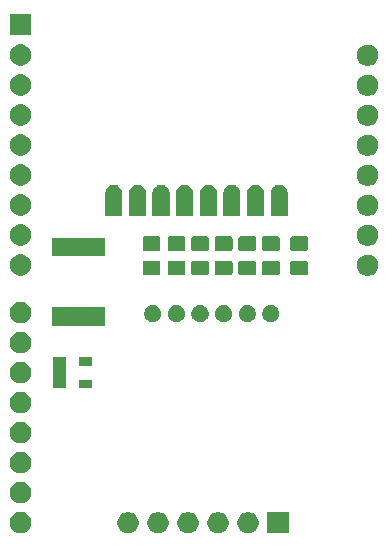
<source format=gbr>
G04 #@! TF.GenerationSoftware,KiCad,Pcbnew,(5.1.5-0-10_14)*
G04 #@! TF.CreationDate,2020-11-09T16:05:27+01:00*
G04 #@! TF.ProjectId,ATmega128_CC1101_Board,41546d65-6761-4313-9238-5f4343313130,rev?*
G04 #@! TF.SameCoordinates,Original*
G04 #@! TF.FileFunction,Soldermask,Bot*
G04 #@! TF.FilePolarity,Negative*
%FSLAX46Y46*%
G04 Gerber Fmt 4.6, Leading zero omitted, Abs format (unit mm)*
G04 Created by KiCad (PCBNEW (5.1.5-0-10_14)) date 2020-11-09 16:05:27*
%MOMM*%
%LPD*%
G04 APERTURE LIST*
%ADD10C,0.100000*%
G04 APERTURE END LIST*
D10*
G36*
X125101000Y-110701000D02*
G01*
X123299000Y-110701000D01*
X123299000Y-108899000D01*
X125101000Y-108899000D01*
X125101000Y-110701000D01*
G37*
G36*
X121773512Y-108903927D02*
G01*
X121922812Y-108933624D01*
X122086784Y-109001544D01*
X122234354Y-109100147D01*
X122359853Y-109225646D01*
X122458456Y-109373216D01*
X122526376Y-109537188D01*
X122561000Y-109711259D01*
X122561000Y-109888741D01*
X122526376Y-110062812D01*
X122458456Y-110226784D01*
X122359853Y-110374354D01*
X122234354Y-110499853D01*
X122086784Y-110598456D01*
X121922812Y-110666376D01*
X121773512Y-110696073D01*
X121748742Y-110701000D01*
X121571258Y-110701000D01*
X121546488Y-110696073D01*
X121397188Y-110666376D01*
X121233216Y-110598456D01*
X121085646Y-110499853D01*
X120960147Y-110374354D01*
X120861544Y-110226784D01*
X120793624Y-110062812D01*
X120759000Y-109888741D01*
X120759000Y-109711259D01*
X120793624Y-109537188D01*
X120861544Y-109373216D01*
X120960147Y-109225646D01*
X121085646Y-109100147D01*
X121233216Y-109001544D01*
X121397188Y-108933624D01*
X121546488Y-108903927D01*
X121571258Y-108899000D01*
X121748742Y-108899000D01*
X121773512Y-108903927D01*
G37*
G36*
X119233512Y-108903927D02*
G01*
X119382812Y-108933624D01*
X119546784Y-109001544D01*
X119694354Y-109100147D01*
X119819853Y-109225646D01*
X119918456Y-109373216D01*
X119986376Y-109537188D01*
X120021000Y-109711259D01*
X120021000Y-109888741D01*
X119986376Y-110062812D01*
X119918456Y-110226784D01*
X119819853Y-110374354D01*
X119694354Y-110499853D01*
X119546784Y-110598456D01*
X119382812Y-110666376D01*
X119233512Y-110696073D01*
X119208742Y-110701000D01*
X119031258Y-110701000D01*
X119006488Y-110696073D01*
X118857188Y-110666376D01*
X118693216Y-110598456D01*
X118545646Y-110499853D01*
X118420147Y-110374354D01*
X118321544Y-110226784D01*
X118253624Y-110062812D01*
X118219000Y-109888741D01*
X118219000Y-109711259D01*
X118253624Y-109537188D01*
X118321544Y-109373216D01*
X118420147Y-109225646D01*
X118545646Y-109100147D01*
X118693216Y-109001544D01*
X118857188Y-108933624D01*
X119006488Y-108903927D01*
X119031258Y-108899000D01*
X119208742Y-108899000D01*
X119233512Y-108903927D01*
G37*
G36*
X116693512Y-108903927D02*
G01*
X116842812Y-108933624D01*
X117006784Y-109001544D01*
X117154354Y-109100147D01*
X117279853Y-109225646D01*
X117378456Y-109373216D01*
X117446376Y-109537188D01*
X117481000Y-109711259D01*
X117481000Y-109888741D01*
X117446376Y-110062812D01*
X117378456Y-110226784D01*
X117279853Y-110374354D01*
X117154354Y-110499853D01*
X117006784Y-110598456D01*
X116842812Y-110666376D01*
X116693512Y-110696073D01*
X116668742Y-110701000D01*
X116491258Y-110701000D01*
X116466488Y-110696073D01*
X116317188Y-110666376D01*
X116153216Y-110598456D01*
X116005646Y-110499853D01*
X115880147Y-110374354D01*
X115781544Y-110226784D01*
X115713624Y-110062812D01*
X115679000Y-109888741D01*
X115679000Y-109711259D01*
X115713624Y-109537188D01*
X115781544Y-109373216D01*
X115880147Y-109225646D01*
X116005646Y-109100147D01*
X116153216Y-109001544D01*
X116317188Y-108933624D01*
X116466488Y-108903927D01*
X116491258Y-108899000D01*
X116668742Y-108899000D01*
X116693512Y-108903927D01*
G37*
G36*
X114153512Y-108903927D02*
G01*
X114302812Y-108933624D01*
X114466784Y-109001544D01*
X114614354Y-109100147D01*
X114739853Y-109225646D01*
X114838456Y-109373216D01*
X114906376Y-109537188D01*
X114941000Y-109711259D01*
X114941000Y-109888741D01*
X114906376Y-110062812D01*
X114838456Y-110226784D01*
X114739853Y-110374354D01*
X114614354Y-110499853D01*
X114466784Y-110598456D01*
X114302812Y-110666376D01*
X114153512Y-110696073D01*
X114128742Y-110701000D01*
X113951258Y-110701000D01*
X113926488Y-110696073D01*
X113777188Y-110666376D01*
X113613216Y-110598456D01*
X113465646Y-110499853D01*
X113340147Y-110374354D01*
X113241544Y-110226784D01*
X113173624Y-110062812D01*
X113139000Y-109888741D01*
X113139000Y-109711259D01*
X113173624Y-109537188D01*
X113241544Y-109373216D01*
X113340147Y-109225646D01*
X113465646Y-109100147D01*
X113613216Y-109001544D01*
X113777188Y-108933624D01*
X113926488Y-108903927D01*
X113951258Y-108899000D01*
X114128742Y-108899000D01*
X114153512Y-108903927D01*
G37*
G36*
X111613512Y-108903927D02*
G01*
X111762812Y-108933624D01*
X111926784Y-109001544D01*
X112074354Y-109100147D01*
X112199853Y-109225646D01*
X112298456Y-109373216D01*
X112366376Y-109537188D01*
X112401000Y-109711259D01*
X112401000Y-109888741D01*
X112366376Y-110062812D01*
X112298456Y-110226784D01*
X112199853Y-110374354D01*
X112074354Y-110499853D01*
X111926784Y-110598456D01*
X111762812Y-110666376D01*
X111613512Y-110696073D01*
X111588742Y-110701000D01*
X111411258Y-110701000D01*
X111386488Y-110696073D01*
X111237188Y-110666376D01*
X111073216Y-110598456D01*
X110925646Y-110499853D01*
X110800147Y-110374354D01*
X110701544Y-110226784D01*
X110633624Y-110062812D01*
X110599000Y-109888741D01*
X110599000Y-109711259D01*
X110633624Y-109537188D01*
X110701544Y-109373216D01*
X110800147Y-109225646D01*
X110925646Y-109100147D01*
X111073216Y-109001544D01*
X111237188Y-108933624D01*
X111386488Y-108903927D01*
X111411258Y-108899000D01*
X111588742Y-108899000D01*
X111613512Y-108903927D01*
G37*
G36*
X102513512Y-108883927D02*
G01*
X102662812Y-108913624D01*
X102826784Y-108981544D01*
X102974354Y-109080147D01*
X103099853Y-109205646D01*
X103198456Y-109353216D01*
X103266376Y-109517188D01*
X103301000Y-109691259D01*
X103301000Y-109868741D01*
X103266376Y-110042812D01*
X103198456Y-110206784D01*
X103099853Y-110354354D01*
X102974354Y-110479853D01*
X102826784Y-110578456D01*
X102662812Y-110646376D01*
X102513512Y-110676073D01*
X102488742Y-110681000D01*
X102311258Y-110681000D01*
X102286488Y-110676073D01*
X102137188Y-110646376D01*
X101973216Y-110578456D01*
X101825646Y-110479853D01*
X101700147Y-110354354D01*
X101601544Y-110206784D01*
X101533624Y-110042812D01*
X101499000Y-109868741D01*
X101499000Y-109691259D01*
X101533624Y-109517188D01*
X101601544Y-109353216D01*
X101700147Y-109205646D01*
X101825646Y-109080147D01*
X101973216Y-108981544D01*
X102137188Y-108913624D01*
X102286488Y-108883927D01*
X102311258Y-108879000D01*
X102488742Y-108879000D01*
X102513512Y-108883927D01*
G37*
G36*
X102513512Y-106343927D02*
G01*
X102662812Y-106373624D01*
X102826784Y-106441544D01*
X102974354Y-106540147D01*
X103099853Y-106665646D01*
X103198456Y-106813216D01*
X103266376Y-106977188D01*
X103301000Y-107151259D01*
X103301000Y-107328741D01*
X103266376Y-107502812D01*
X103198456Y-107666784D01*
X103099853Y-107814354D01*
X102974354Y-107939853D01*
X102826784Y-108038456D01*
X102662812Y-108106376D01*
X102513512Y-108136073D01*
X102488742Y-108141000D01*
X102311258Y-108141000D01*
X102286488Y-108136073D01*
X102137188Y-108106376D01*
X101973216Y-108038456D01*
X101825646Y-107939853D01*
X101700147Y-107814354D01*
X101601544Y-107666784D01*
X101533624Y-107502812D01*
X101499000Y-107328741D01*
X101499000Y-107151259D01*
X101533624Y-106977188D01*
X101601544Y-106813216D01*
X101700147Y-106665646D01*
X101825646Y-106540147D01*
X101973216Y-106441544D01*
X102137188Y-106373624D01*
X102286488Y-106343927D01*
X102311258Y-106339000D01*
X102488742Y-106339000D01*
X102513512Y-106343927D01*
G37*
G36*
X102513512Y-103803927D02*
G01*
X102662812Y-103833624D01*
X102826784Y-103901544D01*
X102974354Y-104000147D01*
X103099853Y-104125646D01*
X103198456Y-104273216D01*
X103266376Y-104437188D01*
X103301000Y-104611259D01*
X103301000Y-104788741D01*
X103266376Y-104962812D01*
X103198456Y-105126784D01*
X103099853Y-105274354D01*
X102974354Y-105399853D01*
X102826784Y-105498456D01*
X102662812Y-105566376D01*
X102513512Y-105596073D01*
X102488742Y-105601000D01*
X102311258Y-105601000D01*
X102286488Y-105596073D01*
X102137188Y-105566376D01*
X101973216Y-105498456D01*
X101825646Y-105399853D01*
X101700147Y-105274354D01*
X101601544Y-105126784D01*
X101533624Y-104962812D01*
X101499000Y-104788741D01*
X101499000Y-104611259D01*
X101533624Y-104437188D01*
X101601544Y-104273216D01*
X101700147Y-104125646D01*
X101825646Y-104000147D01*
X101973216Y-103901544D01*
X102137188Y-103833624D01*
X102286488Y-103803927D01*
X102311258Y-103799000D01*
X102488742Y-103799000D01*
X102513512Y-103803927D01*
G37*
G36*
X102513512Y-101263927D02*
G01*
X102662812Y-101293624D01*
X102826784Y-101361544D01*
X102974354Y-101460147D01*
X103099853Y-101585646D01*
X103198456Y-101733216D01*
X103266376Y-101897188D01*
X103301000Y-102071259D01*
X103301000Y-102248741D01*
X103266376Y-102422812D01*
X103198456Y-102586784D01*
X103099853Y-102734354D01*
X102974354Y-102859853D01*
X102826784Y-102958456D01*
X102662812Y-103026376D01*
X102513512Y-103056073D01*
X102488742Y-103061000D01*
X102311258Y-103061000D01*
X102286488Y-103056073D01*
X102137188Y-103026376D01*
X101973216Y-102958456D01*
X101825646Y-102859853D01*
X101700147Y-102734354D01*
X101601544Y-102586784D01*
X101533624Y-102422812D01*
X101499000Y-102248741D01*
X101499000Y-102071259D01*
X101533624Y-101897188D01*
X101601544Y-101733216D01*
X101700147Y-101585646D01*
X101825646Y-101460147D01*
X101973216Y-101361544D01*
X102137188Y-101293624D01*
X102286488Y-101263927D01*
X102311258Y-101259000D01*
X102488742Y-101259000D01*
X102513512Y-101263927D01*
G37*
G36*
X102513512Y-98723927D02*
G01*
X102662812Y-98753624D01*
X102826784Y-98821544D01*
X102974354Y-98920147D01*
X103099853Y-99045646D01*
X103198456Y-99193216D01*
X103266376Y-99357188D01*
X103301000Y-99531259D01*
X103301000Y-99708741D01*
X103266376Y-99882812D01*
X103198456Y-100046784D01*
X103099853Y-100194354D01*
X102974354Y-100319853D01*
X102826784Y-100418456D01*
X102662812Y-100486376D01*
X102513512Y-100516073D01*
X102488742Y-100521000D01*
X102311258Y-100521000D01*
X102286488Y-100516073D01*
X102137188Y-100486376D01*
X101973216Y-100418456D01*
X101825646Y-100319853D01*
X101700147Y-100194354D01*
X101601544Y-100046784D01*
X101533624Y-99882812D01*
X101499000Y-99708741D01*
X101499000Y-99531259D01*
X101533624Y-99357188D01*
X101601544Y-99193216D01*
X101700147Y-99045646D01*
X101825646Y-98920147D01*
X101973216Y-98821544D01*
X102137188Y-98753624D01*
X102286488Y-98723927D01*
X102311258Y-98719000D01*
X102488742Y-98719000D01*
X102513512Y-98723927D01*
G37*
G36*
X106281000Y-98426000D02*
G01*
X105119000Y-98426000D01*
X105119000Y-95774000D01*
X106281000Y-95774000D01*
X106281000Y-98426000D01*
G37*
G36*
X108481000Y-98426000D02*
G01*
X107319000Y-98426000D01*
X107319000Y-97674000D01*
X108481000Y-97674000D01*
X108481000Y-98426000D01*
G37*
G36*
X102513512Y-96183927D02*
G01*
X102662812Y-96213624D01*
X102826784Y-96281544D01*
X102974354Y-96380147D01*
X103099853Y-96505646D01*
X103198456Y-96653216D01*
X103266376Y-96817188D01*
X103301000Y-96991259D01*
X103301000Y-97168741D01*
X103266376Y-97342812D01*
X103198456Y-97506784D01*
X103099853Y-97654354D01*
X102974354Y-97779853D01*
X102826784Y-97878456D01*
X102662812Y-97946376D01*
X102513512Y-97976073D01*
X102488742Y-97981000D01*
X102311258Y-97981000D01*
X102286488Y-97976073D01*
X102137188Y-97946376D01*
X101973216Y-97878456D01*
X101825646Y-97779853D01*
X101700147Y-97654354D01*
X101601544Y-97506784D01*
X101533624Y-97342812D01*
X101499000Y-97168741D01*
X101499000Y-96991259D01*
X101533624Y-96817188D01*
X101601544Y-96653216D01*
X101700147Y-96505646D01*
X101825646Y-96380147D01*
X101973216Y-96281544D01*
X102137188Y-96213624D01*
X102286488Y-96183927D01*
X102311258Y-96179000D01*
X102488742Y-96179000D01*
X102513512Y-96183927D01*
G37*
G36*
X108481000Y-96526000D02*
G01*
X107319000Y-96526000D01*
X107319000Y-95774000D01*
X108481000Y-95774000D01*
X108481000Y-96526000D01*
G37*
G36*
X102513512Y-93643927D02*
G01*
X102662812Y-93673624D01*
X102826784Y-93741544D01*
X102974354Y-93840147D01*
X103099853Y-93965646D01*
X103198456Y-94113216D01*
X103266376Y-94277188D01*
X103301000Y-94451259D01*
X103301000Y-94628741D01*
X103266376Y-94802812D01*
X103198456Y-94966784D01*
X103099853Y-95114354D01*
X102974354Y-95239853D01*
X102826784Y-95338456D01*
X102662812Y-95406376D01*
X102513512Y-95436073D01*
X102488742Y-95441000D01*
X102311258Y-95441000D01*
X102286488Y-95436073D01*
X102137188Y-95406376D01*
X101973216Y-95338456D01*
X101825646Y-95239853D01*
X101700147Y-95114354D01*
X101601544Y-94966784D01*
X101533624Y-94802812D01*
X101499000Y-94628741D01*
X101499000Y-94451259D01*
X101533624Y-94277188D01*
X101601544Y-94113216D01*
X101700147Y-93965646D01*
X101825646Y-93840147D01*
X101973216Y-93741544D01*
X102137188Y-93673624D01*
X102286488Y-93643927D01*
X102311258Y-93639000D01*
X102488742Y-93639000D01*
X102513512Y-93643927D01*
G37*
G36*
X109526000Y-93126000D02*
G01*
X105074000Y-93126000D01*
X105074000Y-91574000D01*
X109526000Y-91574000D01*
X109526000Y-93126000D01*
G37*
G36*
X102513512Y-91103927D02*
G01*
X102662812Y-91133624D01*
X102826784Y-91201544D01*
X102974354Y-91300147D01*
X103099853Y-91425646D01*
X103198456Y-91573216D01*
X103266376Y-91737188D01*
X103301000Y-91911259D01*
X103301000Y-92088741D01*
X103266376Y-92262812D01*
X103198456Y-92426784D01*
X103099853Y-92574354D01*
X102974354Y-92699853D01*
X102826784Y-92798456D01*
X102662812Y-92866376D01*
X102513512Y-92896073D01*
X102488742Y-92901000D01*
X102311258Y-92901000D01*
X102286488Y-92896073D01*
X102137188Y-92866376D01*
X101973216Y-92798456D01*
X101825646Y-92699853D01*
X101700147Y-92574354D01*
X101601544Y-92426784D01*
X101533624Y-92262812D01*
X101499000Y-92088741D01*
X101499000Y-91911259D01*
X101533624Y-91737188D01*
X101601544Y-91573216D01*
X101700147Y-91425646D01*
X101825646Y-91300147D01*
X101973216Y-91201544D01*
X102137188Y-91133624D01*
X102286488Y-91103927D01*
X102311258Y-91099000D01*
X102488742Y-91099000D01*
X102513512Y-91103927D01*
G37*
G36*
X113811766Y-91401899D02*
G01*
X113943888Y-91456626D01*
X113943890Y-91456627D01*
X114062798Y-91536079D01*
X114163921Y-91637202D01*
X114230730Y-91737189D01*
X114243374Y-91756112D01*
X114298101Y-91888234D01*
X114326000Y-92028494D01*
X114326000Y-92171506D01*
X114298101Y-92311766D01*
X114243374Y-92443888D01*
X114243373Y-92443890D01*
X114163921Y-92562798D01*
X114062798Y-92663921D01*
X113943890Y-92743373D01*
X113943889Y-92743374D01*
X113943888Y-92743374D01*
X113811766Y-92798101D01*
X113671506Y-92826000D01*
X113528494Y-92826000D01*
X113388234Y-92798101D01*
X113256112Y-92743374D01*
X113256111Y-92743374D01*
X113256110Y-92743373D01*
X113137202Y-92663921D01*
X113036079Y-92562798D01*
X112956627Y-92443890D01*
X112956626Y-92443888D01*
X112901899Y-92311766D01*
X112874000Y-92171506D01*
X112874000Y-92028494D01*
X112901899Y-91888234D01*
X112956626Y-91756112D01*
X112969270Y-91737189D01*
X113036079Y-91637202D01*
X113137202Y-91536079D01*
X113256110Y-91456627D01*
X113256112Y-91456626D01*
X113388234Y-91401899D01*
X113528494Y-91374000D01*
X113671506Y-91374000D01*
X113811766Y-91401899D01*
G37*
G36*
X115811766Y-91401899D02*
G01*
X115943888Y-91456626D01*
X115943890Y-91456627D01*
X116062798Y-91536079D01*
X116163921Y-91637202D01*
X116230730Y-91737189D01*
X116243374Y-91756112D01*
X116298101Y-91888234D01*
X116326000Y-92028494D01*
X116326000Y-92171506D01*
X116298101Y-92311766D01*
X116243374Y-92443888D01*
X116243373Y-92443890D01*
X116163921Y-92562798D01*
X116062798Y-92663921D01*
X115943890Y-92743373D01*
X115943889Y-92743374D01*
X115943888Y-92743374D01*
X115811766Y-92798101D01*
X115671506Y-92826000D01*
X115528494Y-92826000D01*
X115388234Y-92798101D01*
X115256112Y-92743374D01*
X115256111Y-92743374D01*
X115256110Y-92743373D01*
X115137202Y-92663921D01*
X115036079Y-92562798D01*
X114956627Y-92443890D01*
X114956626Y-92443888D01*
X114901899Y-92311766D01*
X114874000Y-92171506D01*
X114874000Y-92028494D01*
X114901899Y-91888234D01*
X114956626Y-91756112D01*
X114969270Y-91737189D01*
X115036079Y-91637202D01*
X115137202Y-91536079D01*
X115256110Y-91456627D01*
X115256112Y-91456626D01*
X115388234Y-91401899D01*
X115528494Y-91374000D01*
X115671506Y-91374000D01*
X115811766Y-91401899D01*
G37*
G36*
X117811766Y-91401899D02*
G01*
X117943888Y-91456626D01*
X117943890Y-91456627D01*
X118062798Y-91536079D01*
X118163921Y-91637202D01*
X118230730Y-91737189D01*
X118243374Y-91756112D01*
X118298101Y-91888234D01*
X118326000Y-92028494D01*
X118326000Y-92171506D01*
X118298101Y-92311766D01*
X118243374Y-92443888D01*
X118243373Y-92443890D01*
X118163921Y-92562798D01*
X118062798Y-92663921D01*
X117943890Y-92743373D01*
X117943889Y-92743374D01*
X117943888Y-92743374D01*
X117811766Y-92798101D01*
X117671506Y-92826000D01*
X117528494Y-92826000D01*
X117388234Y-92798101D01*
X117256112Y-92743374D01*
X117256111Y-92743374D01*
X117256110Y-92743373D01*
X117137202Y-92663921D01*
X117036079Y-92562798D01*
X116956627Y-92443890D01*
X116956626Y-92443888D01*
X116901899Y-92311766D01*
X116874000Y-92171506D01*
X116874000Y-92028494D01*
X116901899Y-91888234D01*
X116956626Y-91756112D01*
X116969270Y-91737189D01*
X117036079Y-91637202D01*
X117137202Y-91536079D01*
X117256110Y-91456627D01*
X117256112Y-91456626D01*
X117388234Y-91401899D01*
X117528494Y-91374000D01*
X117671506Y-91374000D01*
X117811766Y-91401899D01*
G37*
G36*
X119811766Y-91401899D02*
G01*
X119943888Y-91456626D01*
X119943890Y-91456627D01*
X120062798Y-91536079D01*
X120163921Y-91637202D01*
X120230730Y-91737189D01*
X120243374Y-91756112D01*
X120298101Y-91888234D01*
X120326000Y-92028494D01*
X120326000Y-92171506D01*
X120298101Y-92311766D01*
X120243374Y-92443888D01*
X120243373Y-92443890D01*
X120163921Y-92562798D01*
X120062798Y-92663921D01*
X119943890Y-92743373D01*
X119943889Y-92743374D01*
X119943888Y-92743374D01*
X119811766Y-92798101D01*
X119671506Y-92826000D01*
X119528494Y-92826000D01*
X119388234Y-92798101D01*
X119256112Y-92743374D01*
X119256111Y-92743374D01*
X119256110Y-92743373D01*
X119137202Y-92663921D01*
X119036079Y-92562798D01*
X118956627Y-92443890D01*
X118956626Y-92443888D01*
X118901899Y-92311766D01*
X118874000Y-92171506D01*
X118874000Y-92028494D01*
X118901899Y-91888234D01*
X118956626Y-91756112D01*
X118969270Y-91737189D01*
X119036079Y-91637202D01*
X119137202Y-91536079D01*
X119256110Y-91456627D01*
X119256112Y-91456626D01*
X119388234Y-91401899D01*
X119528494Y-91374000D01*
X119671506Y-91374000D01*
X119811766Y-91401899D01*
G37*
G36*
X123811766Y-91401899D02*
G01*
X123943888Y-91456626D01*
X123943890Y-91456627D01*
X124062798Y-91536079D01*
X124163921Y-91637202D01*
X124230730Y-91737189D01*
X124243374Y-91756112D01*
X124298101Y-91888234D01*
X124326000Y-92028494D01*
X124326000Y-92171506D01*
X124298101Y-92311766D01*
X124243374Y-92443888D01*
X124243373Y-92443890D01*
X124163921Y-92562798D01*
X124062798Y-92663921D01*
X123943890Y-92743373D01*
X123943889Y-92743374D01*
X123943888Y-92743374D01*
X123811766Y-92798101D01*
X123671506Y-92826000D01*
X123528494Y-92826000D01*
X123388234Y-92798101D01*
X123256112Y-92743374D01*
X123256111Y-92743374D01*
X123256110Y-92743373D01*
X123137202Y-92663921D01*
X123036079Y-92562798D01*
X122956627Y-92443890D01*
X122956626Y-92443888D01*
X122901899Y-92311766D01*
X122874000Y-92171506D01*
X122874000Y-92028494D01*
X122901899Y-91888234D01*
X122956626Y-91756112D01*
X122969270Y-91737189D01*
X123036079Y-91637202D01*
X123137202Y-91536079D01*
X123256110Y-91456627D01*
X123256112Y-91456626D01*
X123388234Y-91401899D01*
X123528494Y-91374000D01*
X123671506Y-91374000D01*
X123811766Y-91401899D01*
G37*
G36*
X121811766Y-91401899D02*
G01*
X121943888Y-91456626D01*
X121943890Y-91456627D01*
X122062798Y-91536079D01*
X122163921Y-91637202D01*
X122230730Y-91737189D01*
X122243374Y-91756112D01*
X122298101Y-91888234D01*
X122326000Y-92028494D01*
X122326000Y-92171506D01*
X122298101Y-92311766D01*
X122243374Y-92443888D01*
X122243373Y-92443890D01*
X122163921Y-92562798D01*
X122062798Y-92663921D01*
X121943890Y-92743373D01*
X121943889Y-92743374D01*
X121943888Y-92743374D01*
X121811766Y-92798101D01*
X121671506Y-92826000D01*
X121528494Y-92826000D01*
X121388234Y-92798101D01*
X121256112Y-92743374D01*
X121256111Y-92743374D01*
X121256110Y-92743373D01*
X121137202Y-92663921D01*
X121036079Y-92562798D01*
X120956627Y-92443890D01*
X120956626Y-92443888D01*
X120901899Y-92311766D01*
X120874000Y-92171506D01*
X120874000Y-92028494D01*
X120901899Y-91888234D01*
X120956626Y-91756112D01*
X120969270Y-91737189D01*
X121036079Y-91637202D01*
X121137202Y-91536079D01*
X121256110Y-91456627D01*
X121256112Y-91456626D01*
X121388234Y-91401899D01*
X121528494Y-91374000D01*
X121671506Y-91374000D01*
X121811766Y-91401899D01*
G37*
G36*
X131913512Y-87103927D02*
G01*
X132062812Y-87133624D01*
X132226784Y-87201544D01*
X132374354Y-87300147D01*
X132499853Y-87425646D01*
X132598456Y-87573216D01*
X132666376Y-87737188D01*
X132701000Y-87911259D01*
X132701000Y-88088741D01*
X132666376Y-88262812D01*
X132598456Y-88426784D01*
X132499853Y-88574354D01*
X132374354Y-88699853D01*
X132226784Y-88798456D01*
X132062812Y-88866376D01*
X131913512Y-88896073D01*
X131888742Y-88901000D01*
X131711258Y-88901000D01*
X131686488Y-88896073D01*
X131537188Y-88866376D01*
X131373216Y-88798456D01*
X131225646Y-88699853D01*
X131100147Y-88574354D01*
X131001544Y-88426784D01*
X130933624Y-88262812D01*
X130899000Y-88088741D01*
X130899000Y-87911259D01*
X130933624Y-87737188D01*
X131001544Y-87573216D01*
X131100147Y-87425646D01*
X131225646Y-87300147D01*
X131373216Y-87201544D01*
X131537188Y-87133624D01*
X131686488Y-87103927D01*
X131711258Y-87099000D01*
X131888742Y-87099000D01*
X131913512Y-87103927D01*
G37*
G36*
X102513512Y-87083927D02*
G01*
X102662812Y-87113624D01*
X102826784Y-87181544D01*
X102974354Y-87280147D01*
X103099853Y-87405646D01*
X103198456Y-87553216D01*
X103266376Y-87717188D01*
X103301000Y-87891259D01*
X103301000Y-88068741D01*
X103266376Y-88242812D01*
X103198456Y-88406784D01*
X103099853Y-88554354D01*
X102974354Y-88679853D01*
X102826784Y-88778456D01*
X102662812Y-88846376D01*
X102513512Y-88876073D01*
X102488742Y-88881000D01*
X102311258Y-88881000D01*
X102286488Y-88876073D01*
X102137188Y-88846376D01*
X101973216Y-88778456D01*
X101825646Y-88679853D01*
X101700147Y-88554354D01*
X101601544Y-88406784D01*
X101533624Y-88242812D01*
X101499000Y-88068741D01*
X101499000Y-87891259D01*
X101533624Y-87717188D01*
X101601544Y-87553216D01*
X101700147Y-87405646D01*
X101825646Y-87280147D01*
X101973216Y-87181544D01*
X102137188Y-87113624D01*
X102286488Y-87083927D01*
X102311258Y-87079000D01*
X102488742Y-87079000D01*
X102513512Y-87083927D01*
G37*
G36*
X114088674Y-87603465D02*
G01*
X114126367Y-87614899D01*
X114161103Y-87633466D01*
X114191548Y-87658452D01*
X114216534Y-87688897D01*
X114235101Y-87723633D01*
X114246535Y-87761326D01*
X114251000Y-87806661D01*
X114251000Y-88643339D01*
X114246535Y-88688674D01*
X114235101Y-88726367D01*
X114216534Y-88761103D01*
X114191548Y-88791548D01*
X114161103Y-88816534D01*
X114126367Y-88835101D01*
X114088674Y-88846535D01*
X114043339Y-88851000D01*
X112956661Y-88851000D01*
X112911326Y-88846535D01*
X112873633Y-88835101D01*
X112838897Y-88816534D01*
X112808452Y-88791548D01*
X112783466Y-88761103D01*
X112764899Y-88726367D01*
X112753465Y-88688674D01*
X112749000Y-88643339D01*
X112749000Y-87806661D01*
X112753465Y-87761326D01*
X112764899Y-87723633D01*
X112783466Y-87688897D01*
X112808452Y-87658452D01*
X112838897Y-87633466D01*
X112873633Y-87614899D01*
X112911326Y-87603465D01*
X112956661Y-87599000D01*
X114043339Y-87599000D01*
X114088674Y-87603465D01*
G37*
G36*
X116188674Y-87603465D02*
G01*
X116226367Y-87614899D01*
X116261103Y-87633466D01*
X116291548Y-87658452D01*
X116316534Y-87688897D01*
X116335101Y-87723633D01*
X116346535Y-87761326D01*
X116351000Y-87806661D01*
X116351000Y-88643339D01*
X116346535Y-88688674D01*
X116335101Y-88726367D01*
X116316534Y-88761103D01*
X116291548Y-88791548D01*
X116261103Y-88816534D01*
X116226367Y-88835101D01*
X116188674Y-88846535D01*
X116143339Y-88851000D01*
X115056661Y-88851000D01*
X115011326Y-88846535D01*
X114973633Y-88835101D01*
X114938897Y-88816534D01*
X114908452Y-88791548D01*
X114883466Y-88761103D01*
X114864899Y-88726367D01*
X114853465Y-88688674D01*
X114849000Y-88643339D01*
X114849000Y-87806661D01*
X114853465Y-87761326D01*
X114864899Y-87723633D01*
X114883466Y-87688897D01*
X114908452Y-87658452D01*
X114938897Y-87633466D01*
X114973633Y-87614899D01*
X115011326Y-87603465D01*
X115056661Y-87599000D01*
X116143339Y-87599000D01*
X116188674Y-87603465D01*
G37*
G36*
X120188674Y-87603465D02*
G01*
X120226367Y-87614899D01*
X120261103Y-87633466D01*
X120291548Y-87658452D01*
X120316534Y-87688897D01*
X120335101Y-87723633D01*
X120346535Y-87761326D01*
X120351000Y-87806661D01*
X120351000Y-88643339D01*
X120346535Y-88688674D01*
X120335101Y-88726367D01*
X120316534Y-88761103D01*
X120291548Y-88791548D01*
X120261103Y-88816534D01*
X120226367Y-88835101D01*
X120188674Y-88846535D01*
X120143339Y-88851000D01*
X119056661Y-88851000D01*
X119011326Y-88846535D01*
X118973633Y-88835101D01*
X118938897Y-88816534D01*
X118908452Y-88791548D01*
X118883466Y-88761103D01*
X118864899Y-88726367D01*
X118853465Y-88688674D01*
X118849000Y-88643339D01*
X118849000Y-87806661D01*
X118853465Y-87761326D01*
X118864899Y-87723633D01*
X118883466Y-87688897D01*
X118908452Y-87658452D01*
X118938897Y-87633466D01*
X118973633Y-87614899D01*
X119011326Y-87603465D01*
X119056661Y-87599000D01*
X120143339Y-87599000D01*
X120188674Y-87603465D01*
G37*
G36*
X122188674Y-87603465D02*
G01*
X122226367Y-87614899D01*
X122261103Y-87633466D01*
X122291548Y-87658452D01*
X122316534Y-87688897D01*
X122335101Y-87723633D01*
X122346535Y-87761326D01*
X122351000Y-87806661D01*
X122351000Y-88643339D01*
X122346535Y-88688674D01*
X122335101Y-88726367D01*
X122316534Y-88761103D01*
X122291548Y-88791548D01*
X122261103Y-88816534D01*
X122226367Y-88835101D01*
X122188674Y-88846535D01*
X122143339Y-88851000D01*
X121056661Y-88851000D01*
X121011326Y-88846535D01*
X120973633Y-88835101D01*
X120938897Y-88816534D01*
X120908452Y-88791548D01*
X120883466Y-88761103D01*
X120864899Y-88726367D01*
X120853465Y-88688674D01*
X120849000Y-88643339D01*
X120849000Y-87806661D01*
X120853465Y-87761326D01*
X120864899Y-87723633D01*
X120883466Y-87688897D01*
X120908452Y-87658452D01*
X120938897Y-87633466D01*
X120973633Y-87614899D01*
X121011326Y-87603465D01*
X121056661Y-87599000D01*
X122143339Y-87599000D01*
X122188674Y-87603465D01*
G37*
G36*
X118188674Y-87603465D02*
G01*
X118226367Y-87614899D01*
X118261103Y-87633466D01*
X118291548Y-87658452D01*
X118316534Y-87688897D01*
X118335101Y-87723633D01*
X118346535Y-87761326D01*
X118351000Y-87806661D01*
X118351000Y-88643339D01*
X118346535Y-88688674D01*
X118335101Y-88726367D01*
X118316534Y-88761103D01*
X118291548Y-88791548D01*
X118261103Y-88816534D01*
X118226367Y-88835101D01*
X118188674Y-88846535D01*
X118143339Y-88851000D01*
X117056661Y-88851000D01*
X117011326Y-88846535D01*
X116973633Y-88835101D01*
X116938897Y-88816534D01*
X116908452Y-88791548D01*
X116883466Y-88761103D01*
X116864899Y-88726367D01*
X116853465Y-88688674D01*
X116849000Y-88643339D01*
X116849000Y-87806661D01*
X116853465Y-87761326D01*
X116864899Y-87723633D01*
X116883466Y-87688897D01*
X116908452Y-87658452D01*
X116938897Y-87633466D01*
X116973633Y-87614899D01*
X117011326Y-87603465D01*
X117056661Y-87599000D01*
X118143339Y-87599000D01*
X118188674Y-87603465D01*
G37*
G36*
X124188674Y-87603465D02*
G01*
X124226367Y-87614899D01*
X124261103Y-87633466D01*
X124291548Y-87658452D01*
X124316534Y-87688897D01*
X124335101Y-87723633D01*
X124346535Y-87761326D01*
X124351000Y-87806661D01*
X124351000Y-88643339D01*
X124346535Y-88688674D01*
X124335101Y-88726367D01*
X124316534Y-88761103D01*
X124291548Y-88791548D01*
X124261103Y-88816534D01*
X124226367Y-88835101D01*
X124188674Y-88846535D01*
X124143339Y-88851000D01*
X123056661Y-88851000D01*
X123011326Y-88846535D01*
X122973633Y-88835101D01*
X122938897Y-88816534D01*
X122908452Y-88791548D01*
X122883466Y-88761103D01*
X122864899Y-88726367D01*
X122853465Y-88688674D01*
X122849000Y-88643339D01*
X122849000Y-87806661D01*
X122853465Y-87761326D01*
X122864899Y-87723633D01*
X122883466Y-87688897D01*
X122908452Y-87658452D01*
X122938897Y-87633466D01*
X122973633Y-87614899D01*
X123011326Y-87603465D01*
X123056661Y-87599000D01*
X124143339Y-87599000D01*
X124188674Y-87603465D01*
G37*
G36*
X126588674Y-87603465D02*
G01*
X126626367Y-87614899D01*
X126661103Y-87633466D01*
X126691548Y-87658452D01*
X126716534Y-87688897D01*
X126735101Y-87723633D01*
X126746535Y-87761326D01*
X126751000Y-87806661D01*
X126751000Y-88643339D01*
X126746535Y-88688674D01*
X126735101Y-88726367D01*
X126716534Y-88761103D01*
X126691548Y-88791548D01*
X126661103Y-88816534D01*
X126626367Y-88835101D01*
X126588674Y-88846535D01*
X126543339Y-88851000D01*
X125456661Y-88851000D01*
X125411326Y-88846535D01*
X125373633Y-88835101D01*
X125338897Y-88816534D01*
X125308452Y-88791548D01*
X125283466Y-88761103D01*
X125264899Y-88726367D01*
X125253465Y-88688674D01*
X125249000Y-88643339D01*
X125249000Y-87806661D01*
X125253465Y-87761326D01*
X125264899Y-87723633D01*
X125283466Y-87688897D01*
X125308452Y-87658452D01*
X125338897Y-87633466D01*
X125373633Y-87614899D01*
X125411326Y-87603465D01*
X125456661Y-87599000D01*
X126543339Y-87599000D01*
X126588674Y-87603465D01*
G37*
G36*
X109526000Y-87226000D02*
G01*
X105074000Y-87226000D01*
X105074000Y-85674000D01*
X109526000Y-85674000D01*
X109526000Y-87226000D01*
G37*
G36*
X116188674Y-85553465D02*
G01*
X116226367Y-85564899D01*
X116261103Y-85583466D01*
X116291548Y-85608452D01*
X116316534Y-85638897D01*
X116335101Y-85673633D01*
X116346535Y-85711326D01*
X116351000Y-85756661D01*
X116351000Y-86593339D01*
X116346535Y-86638674D01*
X116335101Y-86676367D01*
X116316534Y-86711103D01*
X116291548Y-86741548D01*
X116261103Y-86766534D01*
X116226367Y-86785101D01*
X116188674Y-86796535D01*
X116143339Y-86801000D01*
X115056661Y-86801000D01*
X115011326Y-86796535D01*
X114973633Y-86785101D01*
X114938897Y-86766534D01*
X114908452Y-86741548D01*
X114883466Y-86711103D01*
X114864899Y-86676367D01*
X114853465Y-86638674D01*
X114849000Y-86593339D01*
X114849000Y-85756661D01*
X114853465Y-85711326D01*
X114864899Y-85673633D01*
X114883466Y-85638897D01*
X114908452Y-85608452D01*
X114938897Y-85583466D01*
X114973633Y-85564899D01*
X115011326Y-85553465D01*
X115056661Y-85549000D01*
X116143339Y-85549000D01*
X116188674Y-85553465D01*
G37*
G36*
X126588674Y-85553465D02*
G01*
X126626367Y-85564899D01*
X126661103Y-85583466D01*
X126691548Y-85608452D01*
X126716534Y-85638897D01*
X126735101Y-85673633D01*
X126746535Y-85711326D01*
X126751000Y-85756661D01*
X126751000Y-86593339D01*
X126746535Y-86638674D01*
X126735101Y-86676367D01*
X126716534Y-86711103D01*
X126691548Y-86741548D01*
X126661103Y-86766534D01*
X126626367Y-86785101D01*
X126588674Y-86796535D01*
X126543339Y-86801000D01*
X125456661Y-86801000D01*
X125411326Y-86796535D01*
X125373633Y-86785101D01*
X125338897Y-86766534D01*
X125308452Y-86741548D01*
X125283466Y-86711103D01*
X125264899Y-86676367D01*
X125253465Y-86638674D01*
X125249000Y-86593339D01*
X125249000Y-85756661D01*
X125253465Y-85711326D01*
X125264899Y-85673633D01*
X125283466Y-85638897D01*
X125308452Y-85608452D01*
X125338897Y-85583466D01*
X125373633Y-85564899D01*
X125411326Y-85553465D01*
X125456661Y-85549000D01*
X126543339Y-85549000D01*
X126588674Y-85553465D01*
G37*
G36*
X124188674Y-85553465D02*
G01*
X124226367Y-85564899D01*
X124261103Y-85583466D01*
X124291548Y-85608452D01*
X124316534Y-85638897D01*
X124335101Y-85673633D01*
X124346535Y-85711326D01*
X124351000Y-85756661D01*
X124351000Y-86593339D01*
X124346535Y-86638674D01*
X124335101Y-86676367D01*
X124316534Y-86711103D01*
X124291548Y-86741548D01*
X124261103Y-86766534D01*
X124226367Y-86785101D01*
X124188674Y-86796535D01*
X124143339Y-86801000D01*
X123056661Y-86801000D01*
X123011326Y-86796535D01*
X122973633Y-86785101D01*
X122938897Y-86766534D01*
X122908452Y-86741548D01*
X122883466Y-86711103D01*
X122864899Y-86676367D01*
X122853465Y-86638674D01*
X122849000Y-86593339D01*
X122849000Y-85756661D01*
X122853465Y-85711326D01*
X122864899Y-85673633D01*
X122883466Y-85638897D01*
X122908452Y-85608452D01*
X122938897Y-85583466D01*
X122973633Y-85564899D01*
X123011326Y-85553465D01*
X123056661Y-85549000D01*
X124143339Y-85549000D01*
X124188674Y-85553465D01*
G37*
G36*
X118188674Y-85553465D02*
G01*
X118226367Y-85564899D01*
X118261103Y-85583466D01*
X118291548Y-85608452D01*
X118316534Y-85638897D01*
X118335101Y-85673633D01*
X118346535Y-85711326D01*
X118351000Y-85756661D01*
X118351000Y-86593339D01*
X118346535Y-86638674D01*
X118335101Y-86676367D01*
X118316534Y-86711103D01*
X118291548Y-86741548D01*
X118261103Y-86766534D01*
X118226367Y-86785101D01*
X118188674Y-86796535D01*
X118143339Y-86801000D01*
X117056661Y-86801000D01*
X117011326Y-86796535D01*
X116973633Y-86785101D01*
X116938897Y-86766534D01*
X116908452Y-86741548D01*
X116883466Y-86711103D01*
X116864899Y-86676367D01*
X116853465Y-86638674D01*
X116849000Y-86593339D01*
X116849000Y-85756661D01*
X116853465Y-85711326D01*
X116864899Y-85673633D01*
X116883466Y-85638897D01*
X116908452Y-85608452D01*
X116938897Y-85583466D01*
X116973633Y-85564899D01*
X117011326Y-85553465D01*
X117056661Y-85549000D01*
X118143339Y-85549000D01*
X118188674Y-85553465D01*
G37*
G36*
X122188674Y-85553465D02*
G01*
X122226367Y-85564899D01*
X122261103Y-85583466D01*
X122291548Y-85608452D01*
X122316534Y-85638897D01*
X122335101Y-85673633D01*
X122346535Y-85711326D01*
X122351000Y-85756661D01*
X122351000Y-86593339D01*
X122346535Y-86638674D01*
X122335101Y-86676367D01*
X122316534Y-86711103D01*
X122291548Y-86741548D01*
X122261103Y-86766534D01*
X122226367Y-86785101D01*
X122188674Y-86796535D01*
X122143339Y-86801000D01*
X121056661Y-86801000D01*
X121011326Y-86796535D01*
X120973633Y-86785101D01*
X120938897Y-86766534D01*
X120908452Y-86741548D01*
X120883466Y-86711103D01*
X120864899Y-86676367D01*
X120853465Y-86638674D01*
X120849000Y-86593339D01*
X120849000Y-85756661D01*
X120853465Y-85711326D01*
X120864899Y-85673633D01*
X120883466Y-85638897D01*
X120908452Y-85608452D01*
X120938897Y-85583466D01*
X120973633Y-85564899D01*
X121011326Y-85553465D01*
X121056661Y-85549000D01*
X122143339Y-85549000D01*
X122188674Y-85553465D01*
G37*
G36*
X120188674Y-85553465D02*
G01*
X120226367Y-85564899D01*
X120261103Y-85583466D01*
X120291548Y-85608452D01*
X120316534Y-85638897D01*
X120335101Y-85673633D01*
X120346535Y-85711326D01*
X120351000Y-85756661D01*
X120351000Y-86593339D01*
X120346535Y-86638674D01*
X120335101Y-86676367D01*
X120316534Y-86711103D01*
X120291548Y-86741548D01*
X120261103Y-86766534D01*
X120226367Y-86785101D01*
X120188674Y-86796535D01*
X120143339Y-86801000D01*
X119056661Y-86801000D01*
X119011326Y-86796535D01*
X118973633Y-86785101D01*
X118938897Y-86766534D01*
X118908452Y-86741548D01*
X118883466Y-86711103D01*
X118864899Y-86676367D01*
X118853465Y-86638674D01*
X118849000Y-86593339D01*
X118849000Y-85756661D01*
X118853465Y-85711326D01*
X118864899Y-85673633D01*
X118883466Y-85638897D01*
X118908452Y-85608452D01*
X118938897Y-85583466D01*
X118973633Y-85564899D01*
X119011326Y-85553465D01*
X119056661Y-85549000D01*
X120143339Y-85549000D01*
X120188674Y-85553465D01*
G37*
G36*
X114088674Y-85553465D02*
G01*
X114126367Y-85564899D01*
X114161103Y-85583466D01*
X114191548Y-85608452D01*
X114216534Y-85638897D01*
X114235101Y-85673633D01*
X114246535Y-85711326D01*
X114251000Y-85756661D01*
X114251000Y-86593339D01*
X114246535Y-86638674D01*
X114235101Y-86676367D01*
X114216534Y-86711103D01*
X114191548Y-86741548D01*
X114161103Y-86766534D01*
X114126367Y-86785101D01*
X114088674Y-86796535D01*
X114043339Y-86801000D01*
X112956661Y-86801000D01*
X112911326Y-86796535D01*
X112873633Y-86785101D01*
X112838897Y-86766534D01*
X112808452Y-86741548D01*
X112783466Y-86711103D01*
X112764899Y-86676367D01*
X112753465Y-86638674D01*
X112749000Y-86593339D01*
X112749000Y-85756661D01*
X112753465Y-85711326D01*
X112764899Y-85673633D01*
X112783466Y-85638897D01*
X112808452Y-85608452D01*
X112838897Y-85583466D01*
X112873633Y-85564899D01*
X112911326Y-85553465D01*
X112956661Y-85549000D01*
X114043339Y-85549000D01*
X114088674Y-85553465D01*
G37*
G36*
X131913512Y-84563927D02*
G01*
X132062812Y-84593624D01*
X132226784Y-84661544D01*
X132374354Y-84760147D01*
X132499853Y-84885646D01*
X132598456Y-85033216D01*
X132666376Y-85197188D01*
X132696073Y-85346488D01*
X132701000Y-85371258D01*
X132701000Y-85548742D01*
X132699908Y-85554230D01*
X132666376Y-85722812D01*
X132598456Y-85886784D01*
X132499853Y-86034354D01*
X132374354Y-86159853D01*
X132226784Y-86258456D01*
X132062812Y-86326376D01*
X131913512Y-86356073D01*
X131888742Y-86361000D01*
X131711258Y-86361000D01*
X131686488Y-86356073D01*
X131537188Y-86326376D01*
X131373216Y-86258456D01*
X131225646Y-86159853D01*
X131100147Y-86034354D01*
X131001544Y-85886784D01*
X130933624Y-85722812D01*
X130900092Y-85554230D01*
X130899000Y-85548742D01*
X130899000Y-85371258D01*
X130903927Y-85346488D01*
X130933624Y-85197188D01*
X131001544Y-85033216D01*
X131100147Y-84885646D01*
X131225646Y-84760147D01*
X131373216Y-84661544D01*
X131537188Y-84593624D01*
X131686488Y-84563927D01*
X131711258Y-84559000D01*
X131888742Y-84559000D01*
X131913512Y-84563927D01*
G37*
G36*
X102513512Y-84543927D02*
G01*
X102662812Y-84573624D01*
X102826784Y-84641544D01*
X102974354Y-84740147D01*
X103099853Y-84865646D01*
X103198456Y-85013216D01*
X103266376Y-85177188D01*
X103301000Y-85351259D01*
X103301000Y-85528741D01*
X103266376Y-85702812D01*
X103198456Y-85866784D01*
X103099853Y-86014354D01*
X102974354Y-86139853D01*
X102826784Y-86238456D01*
X102662812Y-86306376D01*
X102513512Y-86336073D01*
X102488742Y-86341000D01*
X102311258Y-86341000D01*
X102286488Y-86336073D01*
X102137188Y-86306376D01*
X101973216Y-86238456D01*
X101825646Y-86139853D01*
X101700147Y-86014354D01*
X101601544Y-85866784D01*
X101533624Y-85702812D01*
X101499000Y-85528741D01*
X101499000Y-85351259D01*
X101533624Y-85177188D01*
X101601544Y-85013216D01*
X101700147Y-84865646D01*
X101825646Y-84740147D01*
X101973216Y-84641544D01*
X102137188Y-84573624D01*
X102286488Y-84543927D01*
X102311258Y-84539000D01*
X102488742Y-84539000D01*
X102513512Y-84543927D01*
G37*
G36*
X120511766Y-81201899D02*
G01*
X120619142Y-81246376D01*
X120643890Y-81256627D01*
X120762798Y-81336079D01*
X120863921Y-81437202D01*
X120863922Y-81437204D01*
X120943374Y-81556112D01*
X120998101Y-81688234D01*
X121026000Y-81828494D01*
X121026000Y-83851000D01*
X119574000Y-83851000D01*
X119574000Y-81828494D01*
X119601899Y-81688234D01*
X119656626Y-81556112D01*
X119736078Y-81437204D01*
X119736079Y-81437202D01*
X119837202Y-81336079D01*
X119956110Y-81256627D01*
X119980858Y-81246376D01*
X120088234Y-81201899D01*
X120228494Y-81174000D01*
X120371506Y-81174000D01*
X120511766Y-81201899D01*
G37*
G36*
X122511766Y-81201899D02*
G01*
X122619142Y-81246376D01*
X122643890Y-81256627D01*
X122762798Y-81336079D01*
X122863921Y-81437202D01*
X122863922Y-81437204D01*
X122943374Y-81556112D01*
X122998101Y-81688234D01*
X123026000Y-81828494D01*
X123026000Y-83851000D01*
X121574000Y-83851000D01*
X121574000Y-81828494D01*
X121601899Y-81688234D01*
X121656626Y-81556112D01*
X121736078Y-81437204D01*
X121736079Y-81437202D01*
X121837202Y-81336079D01*
X121956110Y-81256627D01*
X121980858Y-81246376D01*
X122088234Y-81201899D01*
X122228494Y-81174000D01*
X122371506Y-81174000D01*
X122511766Y-81201899D01*
G37*
G36*
X118511766Y-81201899D02*
G01*
X118619142Y-81246376D01*
X118643890Y-81256627D01*
X118762798Y-81336079D01*
X118863921Y-81437202D01*
X118863922Y-81437204D01*
X118943374Y-81556112D01*
X118998101Y-81688234D01*
X119026000Y-81828494D01*
X119026000Y-83851000D01*
X117574000Y-83851000D01*
X117574000Y-81828494D01*
X117601899Y-81688234D01*
X117656626Y-81556112D01*
X117736078Y-81437204D01*
X117736079Y-81437202D01*
X117837202Y-81336079D01*
X117956110Y-81256627D01*
X117980858Y-81246376D01*
X118088234Y-81201899D01*
X118228494Y-81174000D01*
X118371506Y-81174000D01*
X118511766Y-81201899D01*
G37*
G36*
X116511766Y-81201899D02*
G01*
X116619142Y-81246376D01*
X116643890Y-81256627D01*
X116762798Y-81336079D01*
X116863921Y-81437202D01*
X116863922Y-81437204D01*
X116943374Y-81556112D01*
X116998101Y-81688234D01*
X117026000Y-81828494D01*
X117026000Y-83851000D01*
X115574000Y-83851000D01*
X115574000Y-81828494D01*
X115601899Y-81688234D01*
X115656626Y-81556112D01*
X115736078Y-81437204D01*
X115736079Y-81437202D01*
X115837202Y-81336079D01*
X115956110Y-81256627D01*
X115980858Y-81246376D01*
X116088234Y-81201899D01*
X116228494Y-81174000D01*
X116371506Y-81174000D01*
X116511766Y-81201899D01*
G37*
G36*
X124511766Y-81201899D02*
G01*
X124619142Y-81246376D01*
X124643890Y-81256627D01*
X124762798Y-81336079D01*
X124863921Y-81437202D01*
X124863922Y-81437204D01*
X124943374Y-81556112D01*
X124998101Y-81688234D01*
X125026000Y-81828494D01*
X125026000Y-83851000D01*
X123574000Y-83851000D01*
X123574000Y-81828494D01*
X123601899Y-81688234D01*
X123656626Y-81556112D01*
X123736078Y-81437204D01*
X123736079Y-81437202D01*
X123837202Y-81336079D01*
X123956110Y-81256627D01*
X123980858Y-81246376D01*
X124088234Y-81201899D01*
X124228494Y-81174000D01*
X124371506Y-81174000D01*
X124511766Y-81201899D01*
G37*
G36*
X114511766Y-81201899D02*
G01*
X114619142Y-81246376D01*
X114643890Y-81256627D01*
X114762798Y-81336079D01*
X114863921Y-81437202D01*
X114863922Y-81437204D01*
X114943374Y-81556112D01*
X114998101Y-81688234D01*
X115026000Y-81828494D01*
X115026000Y-83851000D01*
X113574000Y-83851000D01*
X113574000Y-81828494D01*
X113601899Y-81688234D01*
X113656626Y-81556112D01*
X113736078Y-81437204D01*
X113736079Y-81437202D01*
X113837202Y-81336079D01*
X113956110Y-81256627D01*
X113980858Y-81246376D01*
X114088234Y-81201899D01*
X114228494Y-81174000D01*
X114371506Y-81174000D01*
X114511766Y-81201899D01*
G37*
G36*
X112511766Y-81201899D02*
G01*
X112619142Y-81246376D01*
X112643890Y-81256627D01*
X112762798Y-81336079D01*
X112863921Y-81437202D01*
X112863922Y-81437204D01*
X112943374Y-81556112D01*
X112998101Y-81688234D01*
X113026000Y-81828494D01*
X113026000Y-83851000D01*
X111574000Y-83851000D01*
X111574000Y-81828494D01*
X111601899Y-81688234D01*
X111656626Y-81556112D01*
X111736078Y-81437204D01*
X111736079Y-81437202D01*
X111837202Y-81336079D01*
X111956110Y-81256627D01*
X111980858Y-81246376D01*
X112088234Y-81201899D01*
X112228494Y-81174000D01*
X112371506Y-81174000D01*
X112511766Y-81201899D01*
G37*
G36*
X110511766Y-81201899D02*
G01*
X110619142Y-81246376D01*
X110643890Y-81256627D01*
X110762798Y-81336079D01*
X110863921Y-81437202D01*
X110863922Y-81437204D01*
X110943374Y-81556112D01*
X110998101Y-81688234D01*
X111026000Y-81828494D01*
X111026000Y-83851000D01*
X109574000Y-83851000D01*
X109574000Y-81828494D01*
X109601899Y-81688234D01*
X109656626Y-81556112D01*
X109736078Y-81437204D01*
X109736079Y-81437202D01*
X109837202Y-81336079D01*
X109956110Y-81256627D01*
X109980858Y-81246376D01*
X110088234Y-81201899D01*
X110228494Y-81174000D01*
X110371506Y-81174000D01*
X110511766Y-81201899D01*
G37*
G36*
X131913512Y-82023927D02*
G01*
X132062812Y-82053624D01*
X132226784Y-82121544D01*
X132374354Y-82220147D01*
X132499853Y-82345646D01*
X132598456Y-82493216D01*
X132666376Y-82657188D01*
X132701000Y-82831259D01*
X132701000Y-83008741D01*
X132666376Y-83182812D01*
X132598456Y-83346784D01*
X132499853Y-83494354D01*
X132374354Y-83619853D01*
X132226784Y-83718456D01*
X132062812Y-83786376D01*
X131913512Y-83816073D01*
X131888742Y-83821000D01*
X131711258Y-83821000D01*
X131686488Y-83816073D01*
X131537188Y-83786376D01*
X131373216Y-83718456D01*
X131225646Y-83619853D01*
X131100147Y-83494354D01*
X131001544Y-83346784D01*
X130933624Y-83182812D01*
X130899000Y-83008741D01*
X130899000Y-82831259D01*
X130933624Y-82657188D01*
X131001544Y-82493216D01*
X131100147Y-82345646D01*
X131225646Y-82220147D01*
X131373216Y-82121544D01*
X131537188Y-82053624D01*
X131686488Y-82023927D01*
X131711258Y-82019000D01*
X131888742Y-82019000D01*
X131913512Y-82023927D01*
G37*
G36*
X102513512Y-82003927D02*
G01*
X102662812Y-82033624D01*
X102826784Y-82101544D01*
X102974354Y-82200147D01*
X103099853Y-82325646D01*
X103198456Y-82473216D01*
X103266376Y-82637188D01*
X103301000Y-82811259D01*
X103301000Y-82988741D01*
X103266376Y-83162812D01*
X103198456Y-83326784D01*
X103099853Y-83474354D01*
X102974354Y-83599853D01*
X102826784Y-83698456D01*
X102662812Y-83766376D01*
X102513512Y-83796073D01*
X102488742Y-83801000D01*
X102311258Y-83801000D01*
X102286488Y-83796073D01*
X102137188Y-83766376D01*
X101973216Y-83698456D01*
X101825646Y-83599853D01*
X101700147Y-83474354D01*
X101601544Y-83326784D01*
X101533624Y-83162812D01*
X101499000Y-82988741D01*
X101499000Y-82811259D01*
X101533624Y-82637188D01*
X101601544Y-82473216D01*
X101700147Y-82325646D01*
X101825646Y-82200147D01*
X101973216Y-82101544D01*
X102137188Y-82033624D01*
X102286488Y-82003927D01*
X102311258Y-81999000D01*
X102488742Y-81999000D01*
X102513512Y-82003927D01*
G37*
G36*
X131913512Y-79483927D02*
G01*
X132062812Y-79513624D01*
X132226784Y-79581544D01*
X132374354Y-79680147D01*
X132499853Y-79805646D01*
X132598456Y-79953216D01*
X132666376Y-80117188D01*
X132701000Y-80291259D01*
X132701000Y-80468741D01*
X132666376Y-80642812D01*
X132598456Y-80806784D01*
X132499853Y-80954354D01*
X132374354Y-81079853D01*
X132226784Y-81178456D01*
X132062812Y-81246376D01*
X131913512Y-81276073D01*
X131888742Y-81281000D01*
X131711258Y-81281000D01*
X131686488Y-81276073D01*
X131537188Y-81246376D01*
X131373216Y-81178456D01*
X131225646Y-81079853D01*
X131100147Y-80954354D01*
X131001544Y-80806784D01*
X130933624Y-80642812D01*
X130899000Y-80468741D01*
X130899000Y-80291259D01*
X130933624Y-80117188D01*
X131001544Y-79953216D01*
X131100147Y-79805646D01*
X131225646Y-79680147D01*
X131373216Y-79581544D01*
X131537188Y-79513624D01*
X131686488Y-79483927D01*
X131711258Y-79479000D01*
X131888742Y-79479000D01*
X131913512Y-79483927D01*
G37*
G36*
X102513512Y-79463927D02*
G01*
X102662812Y-79493624D01*
X102826784Y-79561544D01*
X102974354Y-79660147D01*
X103099853Y-79785646D01*
X103198456Y-79933216D01*
X103266376Y-80097188D01*
X103301000Y-80271259D01*
X103301000Y-80448741D01*
X103266376Y-80622812D01*
X103198456Y-80786784D01*
X103099853Y-80934354D01*
X102974354Y-81059853D01*
X102826784Y-81158456D01*
X102662812Y-81226376D01*
X102513512Y-81256073D01*
X102488742Y-81261000D01*
X102311258Y-81261000D01*
X102286488Y-81256073D01*
X102137188Y-81226376D01*
X101973216Y-81158456D01*
X101825646Y-81059853D01*
X101700147Y-80934354D01*
X101601544Y-80786784D01*
X101533624Y-80622812D01*
X101499000Y-80448741D01*
X101499000Y-80271259D01*
X101533624Y-80097188D01*
X101601544Y-79933216D01*
X101700147Y-79785646D01*
X101825646Y-79660147D01*
X101973216Y-79561544D01*
X102137188Y-79493624D01*
X102286488Y-79463927D01*
X102311258Y-79459000D01*
X102488742Y-79459000D01*
X102513512Y-79463927D01*
G37*
G36*
X131913512Y-76943927D02*
G01*
X132062812Y-76973624D01*
X132226784Y-77041544D01*
X132374354Y-77140147D01*
X132499853Y-77265646D01*
X132598456Y-77413216D01*
X132666376Y-77577188D01*
X132701000Y-77751259D01*
X132701000Y-77928741D01*
X132666376Y-78102812D01*
X132598456Y-78266784D01*
X132499853Y-78414354D01*
X132374354Y-78539853D01*
X132226784Y-78638456D01*
X132062812Y-78706376D01*
X131913512Y-78736073D01*
X131888742Y-78741000D01*
X131711258Y-78741000D01*
X131686488Y-78736073D01*
X131537188Y-78706376D01*
X131373216Y-78638456D01*
X131225646Y-78539853D01*
X131100147Y-78414354D01*
X131001544Y-78266784D01*
X130933624Y-78102812D01*
X130899000Y-77928741D01*
X130899000Y-77751259D01*
X130933624Y-77577188D01*
X131001544Y-77413216D01*
X131100147Y-77265646D01*
X131225646Y-77140147D01*
X131373216Y-77041544D01*
X131537188Y-76973624D01*
X131686488Y-76943927D01*
X131711258Y-76939000D01*
X131888742Y-76939000D01*
X131913512Y-76943927D01*
G37*
G36*
X102513512Y-76923927D02*
G01*
X102662812Y-76953624D01*
X102826784Y-77021544D01*
X102974354Y-77120147D01*
X103099853Y-77245646D01*
X103198456Y-77393216D01*
X103266376Y-77557188D01*
X103301000Y-77731259D01*
X103301000Y-77908741D01*
X103266376Y-78082812D01*
X103198456Y-78246784D01*
X103099853Y-78394354D01*
X102974354Y-78519853D01*
X102826784Y-78618456D01*
X102662812Y-78686376D01*
X102513512Y-78716073D01*
X102488742Y-78721000D01*
X102311258Y-78721000D01*
X102286488Y-78716073D01*
X102137188Y-78686376D01*
X101973216Y-78618456D01*
X101825646Y-78519853D01*
X101700147Y-78394354D01*
X101601544Y-78246784D01*
X101533624Y-78082812D01*
X101499000Y-77908741D01*
X101499000Y-77731259D01*
X101533624Y-77557188D01*
X101601544Y-77393216D01*
X101700147Y-77245646D01*
X101825646Y-77120147D01*
X101973216Y-77021544D01*
X102137188Y-76953624D01*
X102286488Y-76923927D01*
X102311258Y-76919000D01*
X102488742Y-76919000D01*
X102513512Y-76923927D01*
G37*
G36*
X131913512Y-74403927D02*
G01*
X132062812Y-74433624D01*
X132226784Y-74501544D01*
X132374354Y-74600147D01*
X132499853Y-74725646D01*
X132598456Y-74873216D01*
X132666376Y-75037188D01*
X132701000Y-75211259D01*
X132701000Y-75388741D01*
X132666376Y-75562812D01*
X132598456Y-75726784D01*
X132499853Y-75874354D01*
X132374354Y-75999853D01*
X132226784Y-76098456D01*
X132062812Y-76166376D01*
X131913512Y-76196073D01*
X131888742Y-76201000D01*
X131711258Y-76201000D01*
X131686488Y-76196073D01*
X131537188Y-76166376D01*
X131373216Y-76098456D01*
X131225646Y-75999853D01*
X131100147Y-75874354D01*
X131001544Y-75726784D01*
X130933624Y-75562812D01*
X130899000Y-75388741D01*
X130899000Y-75211259D01*
X130933624Y-75037188D01*
X131001544Y-74873216D01*
X131100147Y-74725646D01*
X131225646Y-74600147D01*
X131373216Y-74501544D01*
X131537188Y-74433624D01*
X131686488Y-74403927D01*
X131711258Y-74399000D01*
X131888742Y-74399000D01*
X131913512Y-74403927D01*
G37*
G36*
X102513512Y-74383927D02*
G01*
X102662812Y-74413624D01*
X102826784Y-74481544D01*
X102974354Y-74580147D01*
X103099853Y-74705646D01*
X103198456Y-74853216D01*
X103266376Y-75017188D01*
X103301000Y-75191259D01*
X103301000Y-75368741D01*
X103266376Y-75542812D01*
X103198456Y-75706784D01*
X103099853Y-75854354D01*
X102974354Y-75979853D01*
X102826784Y-76078456D01*
X102662812Y-76146376D01*
X102513512Y-76176073D01*
X102488742Y-76181000D01*
X102311258Y-76181000D01*
X102286488Y-76176073D01*
X102137188Y-76146376D01*
X101973216Y-76078456D01*
X101825646Y-75979853D01*
X101700147Y-75854354D01*
X101601544Y-75706784D01*
X101533624Y-75542812D01*
X101499000Y-75368741D01*
X101499000Y-75191259D01*
X101533624Y-75017188D01*
X101601544Y-74853216D01*
X101700147Y-74705646D01*
X101825646Y-74580147D01*
X101973216Y-74481544D01*
X102137188Y-74413624D01*
X102286488Y-74383927D01*
X102311258Y-74379000D01*
X102488742Y-74379000D01*
X102513512Y-74383927D01*
G37*
G36*
X131913512Y-71863927D02*
G01*
X132062812Y-71893624D01*
X132226784Y-71961544D01*
X132374354Y-72060147D01*
X132499853Y-72185646D01*
X132598456Y-72333216D01*
X132666376Y-72497188D01*
X132701000Y-72671259D01*
X132701000Y-72848741D01*
X132666376Y-73022812D01*
X132598456Y-73186784D01*
X132499853Y-73334354D01*
X132374354Y-73459853D01*
X132226784Y-73558456D01*
X132062812Y-73626376D01*
X131913512Y-73656073D01*
X131888742Y-73661000D01*
X131711258Y-73661000D01*
X131686488Y-73656073D01*
X131537188Y-73626376D01*
X131373216Y-73558456D01*
X131225646Y-73459853D01*
X131100147Y-73334354D01*
X131001544Y-73186784D01*
X130933624Y-73022812D01*
X130899000Y-72848741D01*
X130899000Y-72671259D01*
X130933624Y-72497188D01*
X131001544Y-72333216D01*
X131100147Y-72185646D01*
X131225646Y-72060147D01*
X131373216Y-71961544D01*
X131537188Y-71893624D01*
X131686488Y-71863927D01*
X131711258Y-71859000D01*
X131888742Y-71859000D01*
X131913512Y-71863927D01*
G37*
G36*
X102513512Y-71843927D02*
G01*
X102662812Y-71873624D01*
X102826784Y-71941544D01*
X102974354Y-72040147D01*
X103099853Y-72165646D01*
X103198456Y-72313216D01*
X103266376Y-72477188D01*
X103301000Y-72651259D01*
X103301000Y-72828741D01*
X103266376Y-73002812D01*
X103198456Y-73166784D01*
X103099853Y-73314354D01*
X102974354Y-73439853D01*
X102826784Y-73538456D01*
X102662812Y-73606376D01*
X102513512Y-73636073D01*
X102488742Y-73641000D01*
X102311258Y-73641000D01*
X102286488Y-73636073D01*
X102137188Y-73606376D01*
X101973216Y-73538456D01*
X101825646Y-73439853D01*
X101700147Y-73314354D01*
X101601544Y-73166784D01*
X101533624Y-73002812D01*
X101499000Y-72828741D01*
X101499000Y-72651259D01*
X101533624Y-72477188D01*
X101601544Y-72313216D01*
X101700147Y-72165646D01*
X101825646Y-72040147D01*
X101973216Y-71941544D01*
X102137188Y-71873624D01*
X102286488Y-71843927D01*
X102311258Y-71839000D01*
X102488742Y-71839000D01*
X102513512Y-71843927D01*
G37*
G36*
X131913512Y-69323927D02*
G01*
X132062812Y-69353624D01*
X132226784Y-69421544D01*
X132374354Y-69520147D01*
X132499853Y-69645646D01*
X132598456Y-69793216D01*
X132666376Y-69957188D01*
X132701000Y-70131259D01*
X132701000Y-70308741D01*
X132666376Y-70482812D01*
X132598456Y-70646784D01*
X132499853Y-70794354D01*
X132374354Y-70919853D01*
X132226784Y-71018456D01*
X132062812Y-71086376D01*
X131913512Y-71116073D01*
X131888742Y-71121000D01*
X131711258Y-71121000D01*
X131686488Y-71116073D01*
X131537188Y-71086376D01*
X131373216Y-71018456D01*
X131225646Y-70919853D01*
X131100147Y-70794354D01*
X131001544Y-70646784D01*
X130933624Y-70482812D01*
X130899000Y-70308741D01*
X130899000Y-70131259D01*
X130933624Y-69957188D01*
X131001544Y-69793216D01*
X131100147Y-69645646D01*
X131225646Y-69520147D01*
X131373216Y-69421544D01*
X131537188Y-69353624D01*
X131686488Y-69323927D01*
X131711258Y-69319000D01*
X131888742Y-69319000D01*
X131913512Y-69323927D01*
G37*
G36*
X102513512Y-69303927D02*
G01*
X102662812Y-69333624D01*
X102826784Y-69401544D01*
X102974354Y-69500147D01*
X103099853Y-69625646D01*
X103198456Y-69773216D01*
X103266376Y-69937188D01*
X103301000Y-70111259D01*
X103301000Y-70288741D01*
X103266376Y-70462812D01*
X103198456Y-70626784D01*
X103099853Y-70774354D01*
X102974354Y-70899853D01*
X102826784Y-70998456D01*
X102662812Y-71066376D01*
X102513512Y-71096073D01*
X102488742Y-71101000D01*
X102311258Y-71101000D01*
X102286488Y-71096073D01*
X102137188Y-71066376D01*
X101973216Y-70998456D01*
X101825646Y-70899853D01*
X101700147Y-70774354D01*
X101601544Y-70626784D01*
X101533624Y-70462812D01*
X101499000Y-70288741D01*
X101499000Y-70111259D01*
X101533624Y-69937188D01*
X101601544Y-69773216D01*
X101700147Y-69625646D01*
X101825646Y-69500147D01*
X101973216Y-69401544D01*
X102137188Y-69333624D01*
X102286488Y-69303927D01*
X102311258Y-69299000D01*
X102488742Y-69299000D01*
X102513512Y-69303927D01*
G37*
G36*
X103301000Y-68501000D02*
G01*
X101499000Y-68501000D01*
X101499000Y-66699000D01*
X103301000Y-66699000D01*
X103301000Y-68501000D01*
G37*
M02*

</source>
